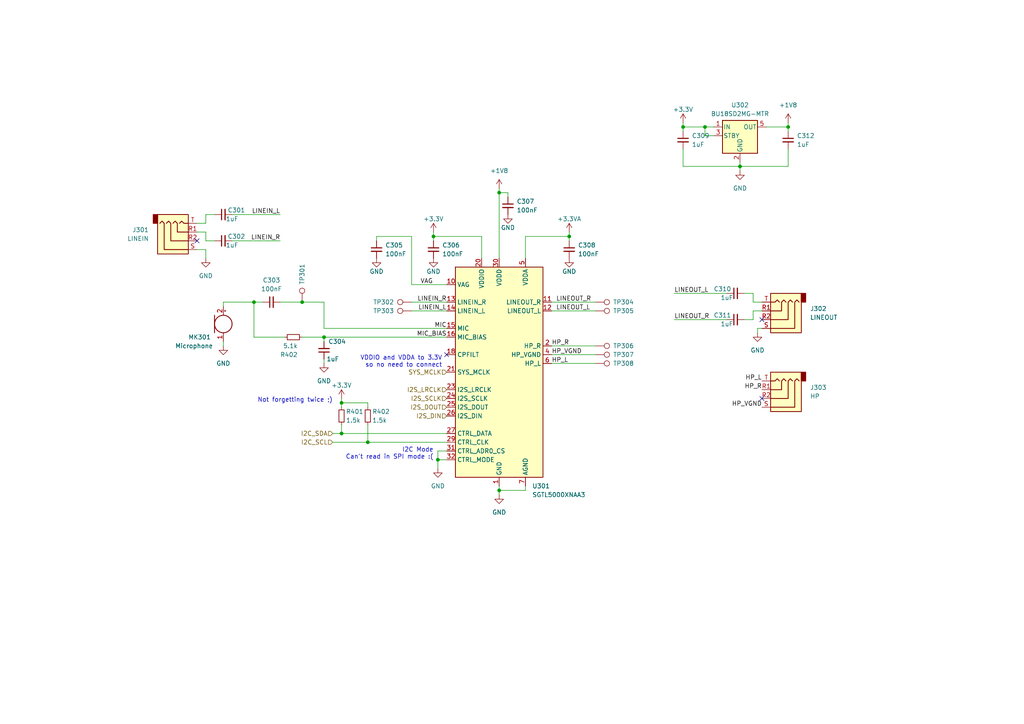
<source format=kicad_sch>
(kicad_sch (version 20230121) (generator eeschema)
  (paper "A4")
  (lib_symbols
    (symbol "Audio:SGTL5000XNAA3"
      (property "Reference" "U" (at 0 0 0))
      (property "Value" "SGTL5000XNAA3" (at -7.62 -31.75 0))
      (symbol "SGTL5000XNAA3_0_1"
        (rectangle (start -12.7 30.48) (end 12.7 -30.48) (stroke (width 0.254)) (fill (type background)))
      )
      (symbol "SGTL5000XNAA3_1_1"
        (pin power_in line (at 0 -33.02 90) (length 2.54) (name "GND") (number "1"))
        (pin passive line (at -15.24 25.4 0) (length 2.54) (name "VAG") (number "10"))
        (pin output line (at 15.24 20.32 180) (length 2.54) (name "LINEOUT_R") (number "11"))
        (pin output line (at 15.24 17.78 180) (length 2.54) (name "LINEOUT_L") (number "12"))
        (pin input line (at -15.24 20.32 0) (length 2.54) (name "LINEIN_R") (number "13"))
        (pin input line (at -15.24 17.78 0) (length 2.54) (name "LINEIN_L") (number "14"))
        (pin input line (at -15.24 12.7 0) (length 2.54) (name "MIC") (number "15"))
        (pin input line (at -15.24 10.16 0) (length 2.54) (name "MIC_BIAS") (number "16"))
        (pin no_connect line (at 10.16 -20.32 0) (length 2.54) hide (name "NC") (number "17"))
        (pin input line (at -15.24 5.08 0) (length 2.54) (name "CPFILT") (number "18"))
        (pin no_connect line (at 10.16 -2.54 0) (length 2.54) hide (name "NC") (number "19"))
        (pin output line (at 15.24 7.62 180) (length 2.54) (name "HP_R") (number "2"))
        (pin power_in line (at -5.08 33.02 270) (length 2.54) (name "VDDIO") (number "20"))
        (pin input line (at -15.24 0 0) (length 2.54) (name "SYS_MCLK") (number "21"))
        (pin no_connect line (at 10.16 -5.08 0) (length 2.54) hide (name "NC") (number "22"))
        (pin input line (at -15.24 -5.08 0) (length 2.54) (name "I2S_LRCLK") (number "23"))
        (pin input line (at -15.24 -7.62 0) (length 2.54) (name "I2S_SCLK") (number "24"))
        (pin output line (at -15.24 -10.16 0) (length 2.54) (name "I2S_DOUT") (number "25"))
        (pin input line (at -15.24 -12.7 0) (length 2.54) (name "I2S_DIN") (number "26"))
        (pin input line (at -15.24 -17.78 0) (length 2.54) (name "CTRL_DATA") (number "27"))
        (pin no_connect line (at 10.16 -7.62 0) (length 2.54) hide (name "NC") (number "28"))
        (pin input line (at -15.24 -20.32 0) (length 2.54) (name "CTRL_CLK") (number "29"))
        (pin passive line (at 0 -33.02 90) (length 2.54) hide (name "GND") (number "3"))
        (pin power_in line (at 0 33.02 270) (length 2.54) (name "VDDD") (number "30"))
        (pin input line (at -15.24 -22.86 0) (length 2.54) (name "CTRL_ADR0_CS") (number "31"))
        (pin input line (at -15.24 -25.4 0) (length 2.54) (name "CTRL_MODE") (number "32"))
        (pin passive line (at 0 -33.02 90) (length 2.54) hide (name "GND") (number "33"))
        (pin power_out line (at 15.24 5.08 180) (length 2.54) (name "HP_VGND") (number "4"))
        (pin power_in line (at 7.62 33.02 270) (length 2.54) (name "VDDA") (number "5"))
        (pin output line (at 15.24 2.54 180) (length 2.54) (name "HP_L") (number "6"))
        (pin power_in line (at 7.62 -33.02 90) (length 2.54) (name "AGND") (number "7"))
        (pin no_connect line (at 10.16 -15.24 0) (length 2.54) hide (name "NC") (number "8"))
        (pin no_connect line (at 10.16 -17.78 0) (length 2.54) hide (name "NC") (number "9"))
      )
    )
    (symbol "Connector:TestPoint" (pin_numbers hide) (pin_names (offset 0.762) hide)
      (property "Reference" "TP" (at 0 6.858 0))
      (property "Value" "TestPoint" (at 0 5.08 0))
      (symbol "TestPoint_0_1"
        (circle (center 0 3.302) (radius 0.762))
      )
      (symbol "TestPoint_1_1"
        (pin passive line (at 0 0 90) (length 2.54) (name "1") (number "1"))
      )
    )
    (symbol "Connector_Audio:AudioJack4"
      (property "Reference" "J" (at 0 8.89 0))
      (property "Value" "AudioJack4" (at 0 6.35 0))
      (symbol "AudioJack4_0_1"
        (rectangle (start -6.35 -5.08) (end -7.62 -7.62) (stroke (width 0.254)) (fill (type outline)))
        (polyline (pts (xy 0 -5.08) (xy 0.635 -5.715) (xy 1.27 -5.08) (xy 2.54 -5.08)) (stroke (width 0.254)))
        (polyline (pts (xy -5.715 -5.08) (xy -5.08 -5.715) (xy -4.445 -5.08) (xy -4.445 2.54) (xy 2.54 2.54)) (stroke (width 0.254)))
        (polyline (pts (xy -1.905 -5.08) (xy -1.27 -5.715) (xy -0.635 -5.08) (xy -0.635 -2.54) (xy 2.54 -2.54)) (stroke (width 0.254)))
        (polyline (pts (xy 2.54 0) (xy -2.54 0) (xy -2.54 -5.08) (xy -3.175 -5.715) (xy -3.81 -5.08)) (stroke (width 0.254)))
        (rectangle (start 2.54 3.81) (end -6.35 -7.62) (stroke (width 0.254)) (fill (type background)))
      )
      (symbol "AudioJack4_1_1"
        (pin passive line (at 5.08 -2.54 180) (length 2.54) (name "~") (number "R1"))
        (pin passive line (at 5.08 0 180) (length 2.54) (name "~") (number "R2"))
        (pin passive line (at 5.08 2.54 180) (length 2.54) (name "~") (number "S"))
        (pin passive line (at 5.08 -5.08 180) (length 2.54) (name "~") (number "T"))
      )
    )
    (symbol "Device:C_Small" (pin_numbers hide) (pin_names (offset 0.254) hide)
      (property "Reference" "C" (at 0.254 1.778 0))
      (property "Value" "C_Small" (at 0.254 -2.032 0))
      (symbol "C_Small_0_1"
        (polyline (pts (xy -1.524 -0.508) (xy 1.524 -0.508)) (stroke (width 0.3302)))
        (polyline (pts (xy -1.524 0.508) (xy 1.524 0.508)) (stroke (width 0.3048)))
      )
      (symbol "C_Small_1_1"
        (pin passive line (at 0 2.54 270) (length 2.032) (name "~") (number "1"))
        (pin passive line (at 0 -2.54 90) (length 2.032) (name "~") (number "2"))
      )
    )
    (symbol "Device:Microphone" (pin_names (offset 0.0254) hide)
      (property "Reference" "MK" (at -3.81 1.27 0))
      (property "Value" "Microphone" (at -3.81 -0.635 0))
      (symbol "Microphone_0_1"
        (polyline (pts (xy -2.54 2.54) (xy -2.54 -2.54)) (stroke (width 0.254)))
        (polyline (pts (xy 0.254 3.81) (xy 0.762 3.81)))
        (polyline (pts (xy 0.508 4.064) (xy 0.508 3.556)))
        (circle (center 0 0) (radius 2.54) (stroke (width 0.254)))
      )
      (symbol "Microphone_1_1"
        (pin passive line (at 0 -5.08 90) (length 2.54) (name "-") (number "1"))
        (pin passive line (at 0 5.08 270) (length 2.54) (name "+") (number "2"))
      )
    )
    (symbol "Device:R_Small" (pin_numbers hide) (pin_names (offset 0.254) hide)
      (property "Reference" "R" (at 0.762 0.508 0))
      (property "Value" "R_Small" (at 0.762 -1.016 0))
      (symbol "R_Small_0_1"
        (rectangle (start -0.762 1.778) (end 0.762 -1.778) (stroke (width 0.2032)))
      )
      (symbol "R_Small_1_1"
        (pin passive line (at 0 2.54 270) (length 0.762) (name "~") (number "1"))
        (pin passive line (at 0 -2.54 90) (length 0.762) (name "~") (number "2"))
      )
    )
    (symbol "WITNS_ROHM:BU18SD2MG-MTR" (pin_names (offset 0.254))
      (property "Reference" "U?" (at 0 9.525 0))
      (property "Value" "BU18SD2MG-MTR" (at 0 6.985 0))
      (symbol "BU18SD2MG-MTR_0_1"
        (rectangle (start -5.08 4.445) (end 5.08 -5.08) (stroke (width 0.254)) (fill (type background)))
      )
      (symbol "BU18SD2MG-MTR_1_1"
        (pin power_in line (at -7.62 2.54 0) (length 2.54) (name "IN") (number "1"))
        (pin power_in line (at 0 -7.62 90) (length 2.54) (name "GND") (number "2"))
        (pin input line (at -7.62 0 0) (length 2.54) (name "STBY") (number "3"))
        (pin no_connect line (at 5.08 0 180) (length 2.54) hide (name "NC") (number "4"))
        (pin power_out line (at 7.62 2.54 180) (length 2.54) (name "OUT") (number "5"))
      )
    )
    (symbol "power:+1V8" (power) (pin_names (offset 0))
      (property "Value" "+1V8" (at 0 3.556 0))
      (symbol "+1V8_0_1"
        (polyline (pts (xy -0.762 1.27) (xy 0 2.54)))
        (polyline (pts (xy 0 0) (xy 0 2.54)))
        (polyline (pts (xy 0 2.54) (xy 0.762 1.27)))
      )
      (symbol "+1V8_1_1"
        (pin power_in line (at 0 0 90) (length 0) hide (name "+1V8") (number "1"))
      )
    )
    (symbol "power:+3.3V" (power) (pin_names (offset 0))
      (property "Value" "+3.3V" (at 0 3.556 0))
      (symbol "+3.3V_0_1"
        (polyline (pts (xy -0.762 1.27) (xy 0 2.54)))
        (polyline (pts (xy 0 0) (xy 0 2.54)))
        (polyline (pts (xy 0 2.54) (xy 0.762 1.27)))
      )
      (symbol "+3.3V_1_1"
        (pin power_in line (at 0 0 90) (length 0) hide (name "+3.3V") (number "1"))
      )
    )
    (symbol "power:+3.3VA" (power) (pin_names (offset 0))
      (property "Value" "+3.3VA" (at 0 3.556 0))
      (symbol "+3.3VA_0_1"
        (polyline (pts (xy -0.762 1.27) (xy 0 2.54)))
        (polyline (pts (xy 0 0) (xy 0 2.54)))
        (polyline (pts (xy 0 2.54) (xy 0.762 1.27)))
      )
      (symbol "+3.3VA_1_1"
        (pin power_in line (at 0 0 90) (length 0) hide (name "+3.3VA") (number "1"))
      )
    )
    (symbol "power:GND" (power) (pin_names (offset 0))
      (property "Value" "GND" (at 0 -3.81 0))
      (symbol "GND_0_1"
        (polyline (pts (xy 0 0) (xy 0 -1.27) (xy 1.27 -1.27) (xy 0 -2.54) (xy -1.27 -1.27) (xy 0 -1.27)))
      )
      (symbol "GND_1_1"
        (pin power_in line (at 0 0 270) (length 0) hide (name "GND") (number "1"))
      )
    )
  )
  (junction (at 93.98 97.79))
  (junction (at 198.12 36.83))
  (junction (at 99.06 125.73))
  (junction (at 204.47 36.83))
  (junction (at 214.63 48.26))
  (junction (at 73.66 87.63))
  (junction (at 87.63 87.63))
  (junction (at 165.1 68.58))
  (junction (at 144.78 55.88))
  (junction (at 127 133.35))
  (junction (at 106.68 128.27))
  (junction (at 228.6 36.83))
  (junction (at 125.73 68.58))
  (junction (at 144.78 142.24))
  (junction (at 99.06 116.84))
  (no_connect (at 220.98 115.57))
  (no_connect (at 57.15 69.85))
  (no_connect (at 129.54 102.87))
  (no_connect (at 220.98 92.71))
  (wire (pts (xy 99.06 125.73) (xy 129.54 125.73)))
  (wire (pts (xy 59.69 69.85) (xy 62.23 69.85)))
  (wire (pts (xy 228.6 38.1) (xy 228.6 36.83)))
  (wire (pts (xy 129.54 82.55) (xy 119.38 82.55)))
  (wire (pts (xy 119.38 82.55) (xy 119.38 68.58)))
  (wire (pts (xy 204.47 39.37) (xy 204.47 36.83)))
  (wire (pts (xy 218.44 85.09) (xy 218.44 87.63)))
  (wire (pts (xy 109.22 68.58) (xy 109.22 69.85)))
  (wire (pts (xy 59.69 64.77) (xy 57.15 64.77)))
  (wire (pts (xy 160.02 102.87) (xy 172.72 102.87)))
  (wire (pts (xy 215.9 85.09) (xy 218.44 85.09)))
  (wire (pts (xy 106.68 116.84) (xy 106.68 118.11)))
  (wire (pts (xy 119.38 68.58) (xy 109.22 68.58)))
  (wire (pts (xy 62.23 62.23) (xy 59.69 62.23)))
  (wire (pts (xy 119.38 87.63) (xy 129.54 87.63)))
  (wire (pts (xy 76.2 87.63) (xy 73.66 87.63)))
  (wire (pts (xy 82.55 97.79) (xy 73.66 97.79)))
  (wire (pts (xy 93.98 97.79) (xy 129.54 97.79)))
  (wire (pts (xy 59.69 74.93) (xy 59.69 72.39)))
  (wire (pts (xy 93.98 104.14) (xy 93.98 105.41)))
  (wire (pts (xy 215.9 92.71) (xy 218.44 92.71)))
  (wire (pts (xy 214.63 49.53) (xy 214.63 48.26)))
  (wire (pts (xy 99.06 123.19) (xy 99.06 125.73)))
  (wire (pts (xy 152.4 142.24) (xy 152.4 140.97)))
  (wire (pts (xy 125.73 68.58) (xy 125.73 69.85)))
  (wire (pts (xy 64.77 87.63) (xy 64.77 88.9)))
  (wire (pts (xy 160.02 100.33) (xy 172.72 100.33)))
  (wire (pts (xy 160.02 105.41) (xy 172.72 105.41)))
  (wire (pts (xy 195.58 85.09) (xy 210.82 85.09)))
  (wire (pts (xy 139.7 74.93) (xy 139.7 68.58)))
  (wire (pts (xy 198.12 36.83) (xy 204.47 36.83)))
  (wire (pts (xy 93.98 87.63) (xy 87.63 87.63)))
  (wire (pts (xy 125.73 67.31) (xy 125.73 68.58)))
  (wire (pts (xy 127 133.35) (xy 129.54 133.35)))
  (wire (pts (xy 144.78 140.97) (xy 144.78 142.24)))
  (wire (pts (xy 129.54 95.25) (xy 93.98 95.25)))
  (wire (pts (xy 144.78 142.24) (xy 144.78 143.51)))
  (wire (pts (xy 93.98 95.25) (xy 93.98 87.63)))
  (wire (pts (xy 195.58 92.71) (xy 210.82 92.71)))
  (wire (pts (xy 219.71 95.25) (xy 220.98 95.25)))
  (wire (pts (xy 144.78 142.24) (xy 152.4 142.24)))
  (wire (pts (xy 165.1 67.31) (xy 165.1 68.58)))
  (wire (pts (xy 119.38 90.17) (xy 129.54 90.17)))
  (wire (pts (xy 198.12 36.83) (xy 198.12 35.56)))
  (wire (pts (xy 218.44 92.71) (xy 218.44 90.17)))
  (wire (pts (xy 96.52 125.73) (xy 99.06 125.73)))
  (wire (pts (xy 57.15 67.31) (xy 59.69 67.31)))
  (wire (pts (xy 160.02 87.63) (xy 172.72 87.63)))
  (wire (pts (xy 207.01 39.37) (xy 204.47 39.37)))
  (wire (pts (xy 127 135.89) (xy 127 133.35)))
  (wire (pts (xy 144.78 54.61) (xy 144.78 55.88)))
  (wire (pts (xy 214.63 48.26) (xy 214.63 46.99)))
  (wire (pts (xy 204.47 36.83) (xy 207.01 36.83)))
  (wire (pts (xy 64.77 99.06) (xy 64.77 100.33)))
  (wire (pts (xy 228.6 43.18) (xy 228.6 48.26)))
  (wire (pts (xy 59.69 67.31) (xy 59.69 69.85)))
  (wire (pts (xy 144.78 55.88) (xy 144.78 74.93)))
  (wire (pts (xy 127 130.81) (xy 127 133.35)))
  (wire (pts (xy 99.06 116.84) (xy 106.68 116.84)))
  (wire (pts (xy 218.44 87.63) (xy 220.98 87.63)))
  (wire (pts (xy 198.12 38.1) (xy 198.12 36.83)))
  (wire (pts (xy 198.12 43.18) (xy 198.12 48.26)))
  (wire (pts (xy 165.1 68.58) (xy 152.4 68.58)))
  (wire (pts (xy 139.7 68.58) (xy 125.73 68.58)))
  (wire (pts (xy 99.06 115.57) (xy 99.06 116.84)))
  (wire (pts (xy 73.66 97.79) (xy 73.66 87.63)))
  (wire (pts (xy 198.12 48.26) (xy 214.63 48.26)))
  (wire (pts (xy 218.44 90.17) (xy 220.98 90.17)))
  (wire (pts (xy 228.6 36.83) (xy 228.6 35.56)))
  (wire (pts (xy 165.1 68.58) (xy 165.1 69.85)))
  (wire (pts (xy 228.6 48.26) (xy 214.63 48.26)))
  (wire (pts (xy 87.63 87.63) (xy 81.28 87.63)))
  (wire (pts (xy 93.98 97.79) (xy 93.98 99.06)))
  (wire (pts (xy 99.06 116.84) (xy 99.06 118.11)))
  (wire (pts (xy 73.66 87.63) (xy 64.77 87.63)))
  (wire (pts (xy 147.32 57.15) (xy 147.32 55.88)))
  (wire (pts (xy 59.69 72.39) (xy 57.15 72.39)))
  (wire (pts (xy 87.63 97.79) (xy 93.98 97.79)))
  (wire (pts (xy 106.68 128.27) (xy 129.54 128.27)))
  (wire (pts (xy 147.32 55.88) (xy 144.78 55.88)))
  (wire (pts (xy 152.4 68.58) (xy 152.4 74.93)))
  (wire (pts (xy 67.31 62.23) (xy 81.28 62.23)))
  (wire (pts (xy 96.52 128.27) (xy 106.68 128.27)))
  (wire (pts (xy 222.25 36.83) (xy 228.6 36.83)))
  (wire (pts (xy 160.02 90.17) (xy 172.72 90.17)))
  (wire (pts (xy 67.31 69.85) (xy 81.28 69.85)))
  (wire (pts (xy 106.68 123.19) (xy 106.68 128.27)))
  (wire (pts (xy 129.54 130.81) (xy 127 130.81)))
  (wire (pts (xy 59.69 62.23) (xy 59.69 64.77)))
  (wire (pts (xy 219.71 96.52) (xy 219.71 95.25)))
  (text "VDDIO and VDDA to 3.3V\nso no need to connect" (at 128.27 106.68 0) (effects (font (size 1.27 1.27)) (justify right bottom)))
  (text "I2C Mode\nCan't read in SPI mode :(" (at 125.73 133.35 0) (effects (font (size 1.27 1.27)) (justify right bottom)))
  (text "Not forgetting twice ;)" (at 96.52 116.84 0) (effects (font (size 1.27 1.27)) (justify right bottom)))
  (label "HP_L" (at 160.02 105.41 0))
  (label "MIC_BIAS" (at 129.54 97.79 180))
  (label "LINEIN_L" (at 81.28 62.23 180))
  (label "MIC" (at 129.54 95.25 180))
  (label "VAG" (at 121.92 82.55 0))
  (label "HP_L" (at 220.98 110.49 180))
  (label "LINEOUT_L" (at 195.58 85.09 0))
  (label "HP_R" (at 160.02 100.33 0))
  (label "LINEIN_R" (at 81.28 69.85 180))
  (label "LINEOUT_R" (at 195.58 92.71 0))
  (label "LINEIN_L" (at 129.54 90.17 180))
  (label "LINEOUT_R" (at 161.29 87.63 0))
  (label "HP_R" (at 220.98 113.03 180))
  (label "HP_VGND" (at 220.98 118.11 180))
  (label "LINEOUT_L" (at 161.29 90.17 0))
  (label "HP_VGND" (at 160.02 102.87 0))
  (label "LINEIN_R" (at 129.54 87.63 180))
  (hierarchical_label "I2S_SCLK" (shape input) (at 129.54 115.57 180))
  (hierarchical_label "I2S_DOUT" (shape input) (at 129.54 118.11 180))
  (hierarchical_label "I2S_DIN" (shape input) (at 129.54 120.65 180))
  (hierarchical_label "I2C_SDA" (shape input) (at 96.52 125.73 180))
  (hierarchical_label "SYS_MCLK" (shape input) (at 129.54 107.95 180))
  (hierarchical_label "I2C_SCL" (shape input) (at 96.52 128.27 180))
  (hierarchical_label "I2S_LRCLK" (shape input) (at 129.54 113.03 180))
  (symbol (lib_id "power:+3.3VA") (at 165.1 67.31 0) (unit 1)
    (property "Reference" "#PWR0312" (effects hide))
    (property "Value" "+3.3VA" (at 165.1 63.5 0))
    (instances (project "audio_codec" (path "" (reference "#PWR0312") (unit 1))) (project "audio_iface" (path "" (reference "#PWR0312") (unit 1))) (project "test_SGTL5000" (path "" (reference "#PWR0310") (unit 1))) (project "Compresseur" (path "" (reference "#PWR027") (unit 1))))
  )
  (symbol (lib_id "Connector:TestPoint") (at 172.72 90.17 270) (mirror x) (unit 1)
    (property "Reference" "TP305" (at 177.8 90.17 90) (effects (justify left)))
    (property "Value" "L" (effects hide))
    (property "Footprint" "Connector_Pin:Pin_D1.1mm_L8.5mm_W2.5mm_FlatFork" (effects hide))
    (instances (project "audio_codec" (path "" (reference "TP305") (unit 1))) (project "audio_iface" (path "" (reference "TP305") (unit 1))) (project "Compresseur" (path "" (reference "TP5") (unit 1))))
  )
  (symbol (lib_id "Device:C_Small") (at 93.98 101.6 180) (unit 1)
    (property "Reference" "C304" (at 97.79 99.06 0))
    (property "Value" "1uF" (at 96.52 104.14 0))
    (property "Footprint" "Capacitor_SMD:C_0603_1608Metric" (effects hide))
    (property "LCSC Part" "C15849" (effects hide))
    (instances (project "audio_codec" (path "" (reference "C304") (unit 1))) (project "audio_iface" (path "" (reference "C304") (unit 1))) (project "Compresseur" (path "" (reference "C4") (unit 1))))
  )
  (symbol (lib_id "Device:C_Small") (at 147.32 59.69 0) (unit 1)
    (property "Reference" "C307" (at 149.86 58.4262 0) (effects (justify left)))
    (property "Value" "100nF" (at 149.86 60.9662 0) (effects (justify left)))
    (property "Footprint" "Capacitor_SMD:C_0402_1005Metric" (effects hide))
    (property "LCSC Part" "C1525" (effects hide))
    (instances (project "audio_codec" (path "" (reference "C307") (unit 1))) (project "audio_iface" (path "" (reference "C307") (unit 1))) (project "test_SGTL5000" (path "" (reference "C303") (unit 1))) (project "Compresseur" (path "" (reference "C7") (unit 1))))
  )
  (symbol (lib_id "Audio:SGTL5000XNAA3") (at 144.78 107.95 0) (unit 1)
    (property "Reference" "U301" (at 154.3559 140.97 0) (effects (justify left)))
    (property "Value" "SGTL5000XNAA3" (at 154.3559 143.51 0) (effects (justify left)))
    (property "Footprint" "Package_DFN_QFN:QFN-32-1EP_5x5mm_P0.5mm_EP3.6x3.6mm" (effects hide))
    (property "Datasheet" "https://www.nxp.com/docs/en/data-sheet/SGTL5000.pdf" (effects hide))
    (property "LCSC Part" "C511764" (effects hide))
    (instances (project "audio_codec" (path "" (reference "U301") (unit 1))) (project "audio_iface" (path "" (reference "U301") (unit 1))) (project "Compresseur" (path "" (reference "U1") (unit 1))))
  )
  (symbol (lib_id "power:GND") (at 147.32 62.23 0) (unit 1)
    (property "Reference" "#PWR0311" (effects hide))
    (property "Value" "GND" (at 147.32 66.04 0))
    (instances (project "audio_codec" (path "" (reference "#PWR0311") (unit 1))) (project "audio_iface" (path "" (reference "#PWR0311") (unit 1))) (project "test_SGTL5000" (path "" (reference "#PWR0309") (unit 1))) (project "Compresseur" (path "" (reference "#PWR026") (unit 1))))
  )
  (symbol (lib_id "Connector_Audio:AudioJack4") (at 52.07 69.85 0) (mirror x) (unit 1)
    (property "Reference" "J301" (at 43.18 66.675 0) (effects (justify right)))
    (property "Value" "LINEIN" (at 43.18 69.215 0) (effects (justify right)))
    (property "Footprint" "Connector_Audio:Jack_3.5mm_PJ320D_Horizontal" (effects hide))
    (property "LCSC Part" "C431535" (effects hide))
    (instances (project "audio_codec" (path "" (reference "J301") (unit 1))) (project "audio_iface" (path "" (reference "J301") (unit 1))) (project "Compresseur" (path "" (reference "J1") (unit 1))))
  )
  (symbol (lib_id "power:GND") (at 59.69 74.93 0) (unit 1)
    (property "Reference" "#PWR0301" (effects hide))
    (property "Value" "GND" (at 59.69 80.01 0))
    (instances (project "audio_codec" (path "" (reference "#PWR0301") (unit 1))) (project "audio_iface" (path "" (reference "#PWR0301") (unit 1))) (project "Compresseur" (path "" (reference "#PWR016") (unit 1))))
  )
  (symbol (lib_id "Device:C_Small") (at 165.1 72.39 0) (unit 1)
    (property "Reference" "C308" (at 167.64 71.1262 0) (effects (justify left)))
    (property "Value" "100nF" (at 167.64 73.6662 0) (effects (justify left)))
    (property "Footprint" "Capacitor_SMD:C_0402_1005Metric" (effects hide))
    (property "LCSC Part" "C1525" (effects hide))
    (instances (project "audio_codec" (path "" (reference "C308") (unit 1))) (project "audio_iface" (path "" (reference "C308") (unit 1))) (project "test_SGTL5000" (path "" (reference "C304") (unit 1))) (project "Compresseur" (path "" (reference "C8") (unit 1))))
  )
  (symbol (lib_id "power:GND") (at 93.98 105.41 0) (unit 1)
    (property "Reference" "#PWR0303" (effects hide))
    (property "Value" "GND" (at 93.98 110.49 0))
    (instances (project "audio_codec" (path "" (reference "#PWR0303") (unit 1))) (project "audio_iface" (path "" (reference "#PWR0303") (unit 1))) (project "Compresseur" (path "" (reference "#PWR018") (unit 1))))
  )
  (symbol (lib_id "Connector:TestPoint") (at 172.72 102.87 270) (mirror x) (unit 1)
    (property "Reference" "TP307" (at 177.8 102.87 90) (effects (justify left)))
    (property "Value" "HP GND" (effects hide))
    (property "Footprint" "Connector_Pin:Pin_D1.1mm_L8.5mm_W2.5mm_FlatFork" (effects hide))
    (instances (project "audio_codec" (path "" (reference "TP307") (unit 1))) (project "audio_iface" (path "" (reference "TP307") (unit 1))) (project "Compresseur" (path "" (reference "TP7") (unit 1))))
  )
  (symbol (lib_id "power:+1V8") (at 144.78 54.61 0) (unit 1)
    (property "Reference" "#PWR0309" (effects hide))
    (property "Value" "+1V8" (at 144.78 49.53 0))
    (instances (project "audio_codec" (path "" (reference "#PWR0309") (unit 1))) (project "audio_iface" (path "" (reference "#PWR0309") (unit 1))) (project "test_SGTL5000" (path "" (reference "#PWR0307") (unit 1))) (project "Compresseur" (path "" (reference "#PWR024") (unit 1))))
  )
  (symbol (lib_id "Device:C_Small") (at 228.6 40.64 0) (unit 1)
    (property "Reference" "C312" (at 231.14 39.3763 0) (effects (justify left)))
    (property "Value" "1uF" (at 231.14 41.9163 0) (effects (justify left)))
    (property "Footprint" "Capacitor_SMD:C_0603_1608Metric" (effects hide))
    (property "LCSC Part" "C15849" (effects hide))
    (instances (project "audio_codec" (path "" (reference "C312") (unit 1))) (project "audio_iface" (path "" (reference "C312") (unit 1))) (project "Compresseur" (path "" (reference "C12") (unit 1))))
  )
  (symbol (lib_id "WITNS_ROHM:BU18SD2MG-MTR") (at 214.63 39.37 0) (unit 1)
    (property "Reference" "U302" (at 214.63 30.48 0))
    (property "Value" "BU18SD2MG-MTR" (at 214.63 33.02 0))
    (property "Footprint" "Package_TO_SOT_SMD:SOT-23-5" (effects hide))
    (property "Datasheet" "https://fscdn.rohm.com/en/products/databook/datasheet/ic/power/linear_regulator/buxxsd2mg-m-e.pdf" (effects hide))
    (property "LCSC Part" "C3750384" (effects hide))
    (instances (project "audio_codec" (path "" (reference "U302") (unit 1))) (project "audio_iface" (path "" (reference "U302") (unit 1))) (project "Compresseur" (path "" (reference "U2") (unit 1))))
  )
  (symbol (lib_id "Device:R_Small") (at 106.68 120.65 0) (unit 1)
    (property "Reference" "R402" (at 107.95 119.38 0) (effects (justify left)))
    (property "Value" "1.5k" (at 107.95 121.92 0) (effects (justify left)))
    (property "Footprint" "Resistor_SMD:R_0402_1005Metric" (effects hide))
    (instances (project "audio_codec" (path "" (reference "R402") (unit 1))) (project "audio_iface" (path "" (reference "R402") (unit 1)) (path "" (reference "R303") (unit 1))) (project "test_SGTL5000" (path "" (reference "R402") (unit 1))) (project "Compresseur" (path "" (reference "R21") (unit 1))))
  )
  (symbol (lib_id "power:GND") (at 219.71 96.52 0) (unit 1)
    (property "Reference" "#PWR0316" (effects hide))
    (property "Value" "GND" (at 219.71 101.6 0))
    (instances (project "audio_codec" (path "" (reference "#PWR0316") (unit 1))) (project "audio_iface" (path "" (reference "#PWR0316") (unit 1))) (project "Compresseur" (path "" (reference "#PWR031") (unit 1))))
  )
  (symbol (lib_id "Device:R_Small") (at 99.06 120.65 0) (unit 1)
    (property "Reference" "R401" (at 100.33 119.38 0) (effects (justify left)))
    (property "Value" "1.5k" (at 100.33 121.92 0) (effects (justify left)))
    (property "Footprint" "Resistor_SMD:R_0402_1005Metric" (effects hide))
    (instances (project "audio_codec" (path "" (reference "R401") (unit 1))) (project "audio_iface" (path "" (reference "R401") (unit 1)) (path "" (reference "R302") (unit 1))) (project "test_SGTL5000" (path "" (reference "R401") (unit 1))) (project "Compresseur" (path "" (reference "R20") (unit 1))))
  )
  (symbol (lib_id "Connector_Audio:AudioJack4") (at 226.06 92.71 180) (unit 1)
    (property "Reference" "J302" (at 234.95 89.535 0) (effects (justify right)))
    (property "Value" "LINEOUT" (at 234.95 92.075 0) (effects (justify right)))
    (property "Footprint" "Connector_Audio:Jack_3.5mm_PJ320D_Horizontal" (effects hide))
    (property "LCSC Part" "C431535" (effects hide))
    (instances (project "audio_codec" (path "" (reference "J302") (unit 1))) (project "audio_iface" (path "" (reference "J302") (unit 1))) (project "Compresseur" (path "" (reference "J2") (unit 1))))
  )
  (symbol (lib_id "power:GND") (at 165.1 74.93 0) (unit 1)
    (property "Reference" "#PWR0313" (effects hide))
    (property "Value" "GND" (at 165.1 78.74 0))
    (instances (project "audio_codec" (path "" (reference "#PWR0313") (unit 1))) (project "audio_iface" (path "" (reference "#PWR0313") (unit 1))) (project "test_SGTL5000" (path "" (reference "#PWR0311") (unit 1))) (project "Compresseur" (path "" (reference "#PWR028") (unit 1))))
  )
  (symbol (lib_id "Device:R_Small") (at 85.09 97.79 90) (unit 1)
    (property "Reference" "R402" (at 86.36 102.87 90) (effects (justify left)))
    (property "Value" "5.1k" (at 86.36 100.33 90) (effects (justify left)))
    (property "Footprint" "Resistor_SMD:R_0402_1005Metric" (effects hide))
    (property "LCSC Part" "C2906948" (effects hide))
    (instances (project "audio_codec" (path "" (reference "R402") (unit 1))) (project "audio_iface" (path "" (reference "R402") (unit 1)) (path "" (reference "R301") (unit 1))) (project "test_SGTL5000" (path "" (reference "R402") (unit 1))) (project "Compresseur" (path "" (reference "R19") (unit 1))))
  )
  (symbol (lib_id "Device:C_Small") (at 198.12 40.64 0) (unit 1)
    (property "Reference" "C309" (at 200.66 39.3763 0) (effects (justify left)))
    (property "Value" "1uF" (at 200.66 41.9163 0) (effects (justify left)))
    (property "Footprint" "Capacitor_SMD:C_0603_1608Metric" (effects hide))
    (property "LCSC Part" "C15849" (effects hide))
    (instances (project "audio_codec" (path "" (reference "C309") (unit 1))) (project "audio_iface" (path "" (reference "C309") (unit 1))) (project "Compresseur" (path "" (reference "C9") (unit 1))))
  )
  (symbol (lib_id "power:+3.3V") (at 99.06 115.57 0) (unit 1)
    (property "Reference" "#PWR0201" (effects hide))
    (property "Value" "+3.3V" (at 99.06 111.76 0))
    (instances (project "audio_codec" (path "" (reference "#PWR0201") (unit 1))) (project "audio_iface" (path "" (reference "#PWR0201") (unit 1)) (path "" (reference "#PWR0304") (unit 1))) (project "Compresseur" (path "" (reference "#PWR019") (unit 1))))
  )
  (symbol (lib_id "Device:C_Small") (at 64.77 69.85 90) (unit 1)
    (property "Reference" "C302" (at 68.58 68.58 90))
    (property "Value" "1uF" (at 67.31 71.12 90))
    (property "Footprint" "Capacitor_SMD:C_0603_1608Metric" (effects hide))
    (property "LCSC Part" "C15849" (effects hide))
    (instances (project "audio_codec" (path "" (reference "C302") (unit 1))) (project "audio_iface" (path "" (reference "C302") (unit 1))) (project "Compresseur" (path "" (reference "C2") (unit 1))))
  )
  (symbol (lib_id "power:GND") (at 125.73 74.93 0) (unit 1)
    (property "Reference" "#PWR0307" (effects hide))
    (property "Value" "GND" (at 125.73 78.74 0))
    (instances (project "audio_codec" (path "" (reference "#PWR0307") (unit 1))) (project "audio_iface" (path "" (reference "#PWR0307") (unit 1))) (project "test_SGTL5000" (path "" (reference "#PWR0306") (unit 1))) (project "Compresseur" (path "" (reference "#PWR022") (unit 1))))
  )
  (symbol (lib_id "Device:C_Small") (at 64.77 62.23 90) (unit 1)
    (property "Reference" "C301" (at 68.58 60.96 90))
    (property "Value" "1uF" (at 67.31 63.5 90))
    (property "Footprint" "Capacitor_SMD:C_0603_1608Metric" (effects hide))
    (property "LCSC Part" "C15849" (effects hide))
    (instances (project "audio_codec" (path "" (reference "C301") (unit 1))) (project "audio_iface" (path "" (reference "C301") (unit 1))) (project "Compresseur" (path "" (reference "C1") (unit 1))))
  )
  (symbol (lib_id "power:+1V8") (at 228.6 35.56 0) (unit 1)
    (property "Reference" "#PWR0317" (effects hide))
    (property "Value" "+1V8" (at 228.6 30.48 0))
    (instances (project "audio_codec" (path "" (reference "#PWR0317") (unit 1))) (project "audio_iface" (path "" (reference "#PWR0317") (unit 1))) (project "test_SGTL5000" (path "" (reference "#PWR0307") (unit 1))) (project "Compresseur" (path "" (reference "#PWR032") (unit 1))))
  )
  (symbol (lib_id "Device:C_Small") (at 213.36 85.09 90) (unit 1)
    (property "Reference" "C310" (at 209.55 83.82 90))
    (property "Value" "1uF" (at 210.82 86.36 90))
    (property "Footprint" "Capacitor_SMD:C_0603_1608Metric" (effects hide))
    (property "LCSC Part" "C15849" (effects hide))
    (instances (project "audio_codec" (path "" (reference "C310") (unit 1))) (project "audio_iface" (path "" (reference "C310") (unit 1))) (project "Compresseur" (path "" (reference "C10") (unit 1))))
  )
  (symbol (lib_id "Connector:TestPoint") (at 119.38 87.63 90) (unit 1)
    (property "Reference" "TP302" (at 114.3 87.63 90) (effects (justify left)))
    (property "Value" "R" (effects hide))
    (property "Footprint" "Connector_Pin:Pin_D1.1mm_L8.5mm_W2.5mm_FlatFork" (effects hide))
    (instances (project "audio_codec" (path "" (reference "TP302") (unit 1))) (project "audio_iface" (path "" (reference "TP302") (unit 1))) (project "Compresseur" (path "" (reference "TP2") (unit 1))))
  )
  (symbol (lib_id "Connector:TestPoint") (at 119.38 90.17 90) (unit 1)
    (property "Reference" "TP303" (at 114.3 90.17 90) (effects (justify left)))
    (property "Value" "L" (effects hide))
    (property "Footprint" "Connector_Pin:Pin_D1.1mm_L8.5mm_W2.5mm_FlatFork" (effects hide))
    (instances (project "audio_codec" (path "" (reference "TP303") (unit 1))) (project "audio_iface" (path "" (reference "TP303") (unit 1))) (project "Compresseur" (path "" (reference "TP3") (unit 1))))
  )
  (symbol (lib_id "power:+3.3V") (at 125.73 67.31 0) (unit 1)
    (property "Reference" "#PWR0201" (effects hide))
    (property "Value" "+3.3V" (at 125.73 63.5 0))
    (instances (project "audio_codec" (path "" (reference "#PWR0201") (unit 1))) (project "audio_iface" (path "" (reference "#PWR0201") (unit 1)) (path "" (reference "#PWR0306") (unit 1))) (project "Compresseur" (path "" (reference "#PWR021") (unit 1))))
  )
  (symbol (lib_id "power:GND") (at 109.22 74.93 0) (unit 1)
    (property "Reference" "#PWR0305" (effects hide))
    (property "Value" "GND" (at 109.22 78.74 0))
    (instances (project "audio_codec" (path "" (reference "#PWR0305") (unit 1))) (project "audio_iface" (path "" (reference "#PWR0305") (unit 1))) (project "test_SGTL5000" (path "" (reference "#PWR0304") (unit 1))) (project "Compresseur" (path "" (reference "#PWR020") (unit 1))))
  )
  (symbol (lib_id "Connector_Audio:AudioJack4") (at 226.06 115.57 180) (unit 1)
    (property "Reference" "J303" (at 234.95 112.395 0) (effects (justify right)))
    (property "Value" "HP" (at 234.95 114.935 0) (effects (justify right)))
    (property "Footprint" "Connector_Audio:Jack_3.5mm_PJ320D_Horizontal" (effects hide))
    (property "LCSC Part" "C431535" (effects hide))
    (instances (project "audio_codec" (path "" (reference "J303") (unit 1))) (project "audio_iface" (path "" (reference "J303") (unit 1))) (project "Compresseur" (path "" (reference "J3") (unit 1))))
  )
  (symbol (lib_id "Device:C_Small") (at 213.36 92.71 90) (unit 1)
    (property "Reference" "C311" (at 209.55 91.44 90))
    (property "Value" "1uF" (at 210.82 93.98 90))
    (property "Footprint" "Capacitor_SMD:C_0603_1608Metric" (effects hide))
    (property "LCSC Part" "C15849" (effects hide))
    (instances (project "audio_codec" (path "" (reference "C311") (unit 1))) (project "audio_iface" (path "" (reference "C311") (unit 1))) (project "Compresseur" (path "" (reference "C11") (unit 1))))
  )
  (symbol (lib_id "Connector:TestPoint") (at 172.72 87.63 270) (mirror x) (unit 1)
    (property "Reference" "TP304" (at 177.8 87.63 90) (effects (justify left)))
    (property "Value" "R" (effects hide))
    (property "Footprint" "Connector_Pin:Pin_D1.1mm_L8.5mm_W2.5mm_FlatFork" (effects hide))
    (instances (project "audio_codec" (path "" (reference "TP304") (unit 1))) (project "audio_iface" (path "" (reference "TP304") (unit 1))) (project "Compresseur" (path "" (reference "TP4") (unit 1))))
  )
  (symbol (lib_id "power:GND") (at 144.78 143.51 0) (mirror y) (unit 1)
    (property "Reference" "#PWR0310" (effects hide))
    (property "Value" "GND" (at 144.78 148.59 0))
    (instances (project "audio_codec" (path "" (reference "#PWR0310") (unit 1))) (project "audio_iface" (path "" (reference "#PWR0310") (unit 1))) (project "Compresseur" (path "" (reference "#PWR025") (unit 1))))
  )
  (symbol (lib_id "Device:Microphone") (at 64.77 93.98 0) (unit 1)
    (property "Reference" "MK301" (at 54.61 97.79 0) (effects (justify left)))
    (property "Value" "Microphone" (at 50.8 100.33 0) (effects (justify left)))
    (property "Footprint" "WITNS:Electret_ABM-713-RC" (effects hide))
    (property "Farnell" "2066499" (effects hide))
    (instances (project "audio_codec" (path "" (reference "MK301") (unit 1))) (project "audio_iface" (path "" (reference "MK301") (unit 1))) (project "Compresseur" (path "" (reference "MK1") (unit 1))))
  )
  (symbol (lib_id "Connector:TestPoint") (at 172.72 100.33 270) (mirror x) (unit 1)
    (property "Reference" "TP306" (at 177.8 100.33 90) (effects (justify left)))
    (property "Value" "R" (effects hide))
    (property "Footprint" "Connector_Pin:Pin_D1.1mm_L8.5mm_W2.5mm_FlatFork" (effects hide))
    (instances (project "audio_codec" (path "" (reference "TP306") (unit 1))) (project "audio_iface" (path "" (reference "TP306") (unit 1))) (project "Compresseur" (path "" (reference "TP6") (unit 1))))
  )
  (symbol (lib_id "power:+3.3V") (at 198.12 35.56 0) (unit 1)
    (property "Reference" "#PWR0201" (effects hide))
    (property "Value" "+3.3V" (at 198.12 31.75 0))
    (instances (project "audio_codec" (path "" (reference "#PWR0201") (unit 1))) (project "audio_iface" (path "" (reference "#PWR0201") (unit 1)) (path "" (reference "#PWR0314") (unit 1))) (project "Compresseur" (path "" (reference "#PWR029") (unit 1))))
  )
  (symbol (lib_id "Connector:TestPoint") (at 172.72 105.41 270) (mirror x) (unit 1)
    (property "Reference" "TP308" (at 177.8 105.41 90) (effects (justify left)))
    (property "Value" "L" (effects hide))
    (property "Footprint" "Connector_Pin:Pin_D1.1mm_L8.5mm_W2.5mm_FlatFork" (effects hide))
    (instances (project "audio_codec" (path "" (reference "TP308") (unit 1))) (project "audio_iface" (path "" (reference "TP308") (unit 1))) (project "Compresseur" (path "" (reference "TP8") (unit 1))))
  )
  (symbol (lib_id "power:GND") (at 214.63 49.53 0) (unit 1)
    (property "Reference" "#PWR0315" (effects hide))
    (property "Value" "GND" (at 214.63 54.61 0))
    (instances (project "audio_codec" (path "" (reference "#PWR0315") (unit 1))) (project "audio_iface" (path "" (reference "#PWR0315") (unit 1))) (project "Compresseur" (path "" (reference "#PWR030") (unit 1))))
  )
  (symbol (lib_id "Device:C_Small") (at 109.22 72.39 0) (unit 1)
    (property "Reference" "C305" (at 111.76 71.1262 0) (effects (justify left)))
    (property "Value" "100nF" (at 111.76 73.6662 0) (effects (justify left)))
    (property "Footprint" "Capacitor_SMD:C_0402_1005Metric" (effects hide))
    (property "LCSC Part" "C1525" (effects hide))
    (instances (project "audio_codec" (path "" (reference "C305") (unit 1))) (project "audio_iface" (path "" (reference "C305") (unit 1))) (project "test_SGTL5000" (path "" (reference "C301") (unit 1))) (project "Compresseur" (path "" (reference "C5") (unit 1))))
  )
  (symbol (lib_id "power:GND") (at 127 135.89 0) (mirror y) (unit 1)
    (property "Reference" "#PWR0308" (effects hide))
    (property "Value" "GND" (at 127 140.97 0))
    (instances (project "audio_codec" (path "" (reference "#PWR0308") (unit 1))) (project "audio_iface" (path "" (reference "#PWR0308") (unit 1))) (project "Compresseur" (path "" (reference "#PWR023") (unit 1))))
  )
  (symbol (lib_id "Device:C_Small") (at 78.74 87.63 90) (unit 1)
    (property "Reference" "C303" (at 78.7463 81.28 90))
    (property "Value" "100nF" (at 78.7463 83.82 90))
    (property "Footprint" "Capacitor_SMD:C_0402_1005Metric" (effects hide))
    (property "LCSC Part" "C1525" (effects hide))
    (instances (project "audio_codec" (path "" (reference "C303") (unit 1))) (project "audio_iface" (path "" (reference "C303") (unit 1))) (project "test_SGTL5000" (path "" (reference "C301") (unit 1))) (project "Compresseur" (path "" (reference "C3") (unit 1))))
  )
  (symbol (lib_id "Connector:TestPoint") (at 87.63 87.63 0) (unit 1)
    (property "Reference" "TP301" (at 87.63 82.55 90) (effects (justify left)))
    (property "Value" "MIC" (effects hide))
    (property "Footprint" "Connector_Pin:Pin_D1.1mm_L8.5mm_W2.5mm_FlatFork" (effects hide))
    (instances (project "audio_codec" (path "" (reference "TP301") (unit 1))) (project "audio_iface" (path "" (reference "TP301") (unit 1))) (project "Compresseur" (path "" (reference "TP1") (unit 1))))
  )
  (symbol (lib_id "power:GND") (at 64.77 100.33 0) (unit 1)
    (property "Reference" "#PWR0302" (effects hide))
    (property "Value" "GND" (at 64.77 105.41 0))
    (instances (project "audio_codec" (path "" (reference "#PWR0302") (unit 1))) (project "audio_iface" (path "" (reference "#PWR0302") (unit 1))) (project "Compresseur" (path "" (reference "#PWR017") (unit 1))))
  )
  (symbol (lib_id "Device:C_Small") (at 125.73 72.39 0) (unit 1)
    (property "Reference" "C306" (at 128.27 71.1262 0) (effects (justify left)))
    (property "Value" "100nF" (at 128.27 73.6662 0) (effects (justify left)))
    (property "Footprint" "Capacitor_SMD:C_0402_1005Metric" (effects hide))
    (property "LCSC Part" "C1525" (effects hide))
    (instances (project "audio_codec" (path "" (reference "C306") (unit 1))) (project "audio_iface" (path "" (reference "C306") (unit 1))) (project "test_SGTL5000" (path "" (reference "C302") (unit 1))) (project "Compresseur" (path "" (reference "C6") (unit 1))))
  )
)
</source>
